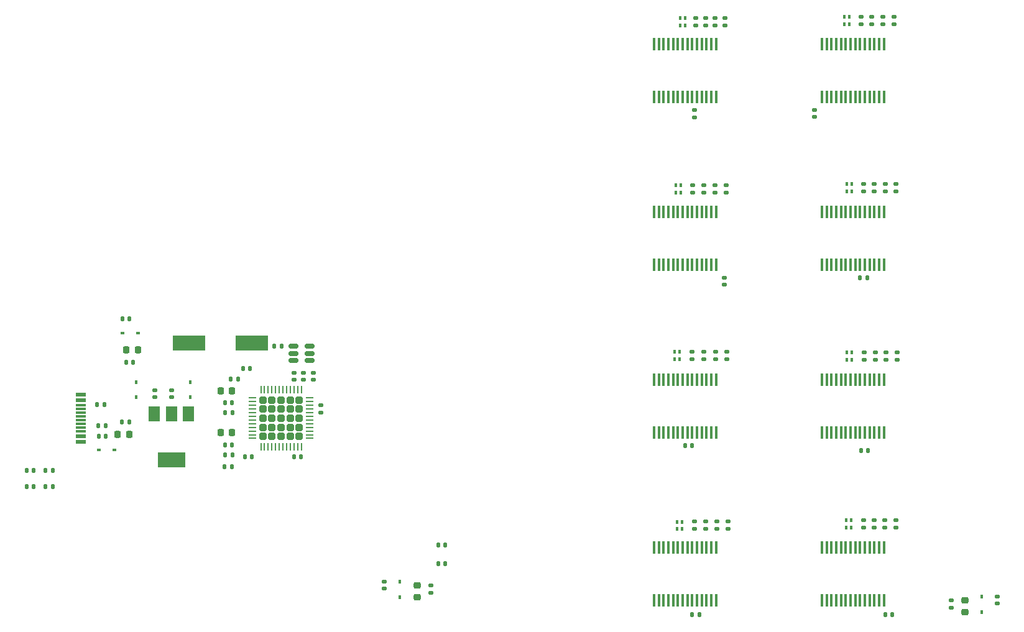
<source format=gtp>
G04 #@! TF.GenerationSoftware,KiCad,Pcbnew,(6.0.7)*
G04 #@! TF.CreationDate,2023-05-24T13:20:34-04:00*
G04 #@! TF.ProjectId,ECELab_v1,4543454c-6162-45f7-9631-2e6b69636164,rev?*
G04 #@! TF.SameCoordinates,Original*
G04 #@! TF.FileFunction,Paste,Top*
G04 #@! TF.FilePolarity,Positive*
%FSLAX46Y46*%
G04 Gerber Fmt 4.6, Leading zero omitted, Abs format (unit mm)*
G04 Created by KiCad (PCBNEW (6.0.7)) date 2023-05-24 13:20:34*
%MOMM*%
%LPD*%
G01*
G04 APERTURE LIST*
G04 Aperture macros list*
%AMRoundRect*
0 Rectangle with rounded corners*
0 $1 Rounding radius*
0 $2 $3 $4 $5 $6 $7 $8 $9 X,Y pos of 4 corners*
0 Add a 4 corners polygon primitive as box body*
4,1,4,$2,$3,$4,$5,$6,$7,$8,$9,$2,$3,0*
0 Add four circle primitives for the rounded corners*
1,1,$1+$1,$2,$3*
1,1,$1+$1,$4,$5*
1,1,$1+$1,$6,$7*
1,1,$1+$1,$8,$9*
0 Add four rect primitives between the rounded corners*
20,1,$1+$1,$2,$3,$4,$5,0*
20,1,$1+$1,$4,$5,$6,$7,0*
20,1,$1+$1,$6,$7,$8,$9,0*
20,1,$1+$1,$8,$9,$2,$3,0*%
G04 Aperture macros list end*
%ADD10RoundRect,0.140000X-0.170000X0.140000X-0.170000X-0.140000X0.170000X-0.140000X0.170000X0.140000X0*%
%ADD11RoundRect,0.140000X0.170000X-0.140000X0.170000X0.140000X-0.170000X0.140000X-0.170000X-0.140000X0*%
%ADD12R,0.600000X0.450000*%
%ADD13RoundRect,0.135000X0.185000X-0.135000X0.185000X0.135000X-0.185000X0.135000X-0.185000X-0.135000X0*%
%ADD14RoundRect,0.140000X-0.140000X-0.170000X0.140000X-0.170000X0.140000X0.170000X-0.140000X0.170000X0*%
%ADD15R,0.400000X0.500000*%
%ADD16RoundRect,0.140000X0.140000X0.170000X-0.140000X0.170000X-0.140000X-0.170000X0.140000X-0.170000X0*%
%ADD17RoundRect,0.135000X-0.135000X-0.185000X0.135000X-0.185000X0.135000X0.185000X-0.135000X0.185000X0*%
%ADD18RoundRect,0.218750X0.256250X-0.218750X0.256250X0.218750X-0.256250X0.218750X-0.256250X-0.218750X0*%
%ADD19R,0.450000X1.750000*%
%ADD20RoundRect,0.135000X0.135000X0.185000X-0.135000X0.185000X-0.135000X-0.185000X0.135000X-0.185000X0*%
%ADD21RoundRect,0.218750X-0.218750X-0.256250X0.218750X-0.256250X0.218750X0.256250X-0.218750X0.256250X0*%
%ADD22RoundRect,0.135000X-0.185000X0.135000X-0.185000X-0.135000X0.185000X-0.135000X0.185000X0.135000X0*%
%ADD23RoundRect,0.147500X-0.147500X-0.172500X0.147500X-0.172500X0.147500X0.172500X-0.147500X0.172500X0*%
%ADD24R,1.500000X2.000000*%
%ADD25R,3.800000X2.000000*%
%ADD26R,1.450000X0.600000*%
%ADD27R,1.450000X0.300000*%
%ADD28R,0.450000X0.600000*%
%ADD29RoundRect,0.250000X-0.250000X-0.250000X0.250000X-0.250000X0.250000X0.250000X-0.250000X0.250000X0*%
%ADD30RoundRect,0.062500X-0.412500X-0.062500X0.412500X-0.062500X0.412500X0.062500X-0.412500X0.062500X0*%
%ADD31RoundRect,0.062500X-0.062500X-0.412500X0.062500X-0.412500X0.062500X0.412500X-0.062500X0.412500X0*%
%ADD32R,4.500000X2.000000*%
%ADD33RoundRect,0.150000X-0.512500X-0.150000X0.512500X-0.150000X0.512500X0.150000X-0.512500X0.150000X0*%
%ADD34RoundRect,0.218750X0.218750X0.256250X-0.218750X0.256250X-0.218750X-0.256250X0.218750X-0.256250X0*%
G04 APERTURE END LIST*
D10*
X143637000Y-114810600D03*
X143637000Y-115770600D03*
D11*
X125628400Y-118158200D03*
X125628400Y-117198200D03*
D10*
X154609800Y-143258700D03*
X154609800Y-144218700D03*
D12*
X121065000Y-109397800D03*
X118965000Y-109397800D03*
D13*
X224000000Y-67360000D03*
X224000000Y-66340000D03*
D14*
X118976200Y-107442000D03*
X119936200Y-107442000D03*
D15*
X217531200Y-135932800D03*
X218231200Y-135932800D03*
X218231200Y-134932800D03*
X217531200Y-134932800D03*
D16*
X136344600Y-114274600D03*
X135384600Y-114274600D03*
X119860000Y-121513600D03*
X118900000Y-121513600D03*
D17*
X132916200Y-126034800D03*
X133936200Y-126034800D03*
D18*
X233654600Y-147421700D03*
X233654600Y-145846700D03*
D14*
X133733600Y-115646200D03*
X134693600Y-115646200D03*
D19*
X191355000Y-77260000D03*
X192005000Y-77260000D03*
X192655000Y-77260000D03*
X193305000Y-77260000D03*
X193955000Y-77260000D03*
X194605000Y-77260000D03*
X195255000Y-77260000D03*
X195905000Y-77260000D03*
X196555000Y-77260000D03*
X197205000Y-77260000D03*
X197855000Y-77260000D03*
X198505000Y-77260000D03*
X199155000Y-77260000D03*
X199805000Y-77260000D03*
X199805000Y-70060000D03*
X199155000Y-70060000D03*
X198505000Y-70060000D03*
X197855000Y-70060000D03*
X197205000Y-70060000D03*
X196555000Y-70060000D03*
X195905000Y-70060000D03*
X195255000Y-70060000D03*
X194605000Y-70060000D03*
X193955000Y-70060000D03*
X193305000Y-70060000D03*
X192655000Y-70060000D03*
X192005000Y-70060000D03*
X191355000Y-70060000D03*
D13*
X221462600Y-113032000D03*
X221462600Y-112012000D03*
X199923400Y-136120600D03*
X199923400Y-135100600D03*
D20*
X116715000Y-122021600D03*
X115695000Y-122021600D03*
D15*
X194925000Y-67475000D03*
X195625000Y-67475000D03*
X195625000Y-66475000D03*
X194925000Y-66475000D03*
D21*
X118287700Y-123215400D03*
X119862700Y-123215400D03*
D19*
X191355000Y-122980000D03*
X192005000Y-122980000D03*
X192655000Y-122980000D03*
X193305000Y-122980000D03*
X193955000Y-122980000D03*
X194605000Y-122980000D03*
X195255000Y-122980000D03*
X195905000Y-122980000D03*
X196555000Y-122980000D03*
X197205000Y-122980000D03*
X197855000Y-122980000D03*
X198505000Y-122980000D03*
X199155000Y-122980000D03*
X199805000Y-122980000D03*
X199805000Y-115780000D03*
X199155000Y-115780000D03*
X198505000Y-115780000D03*
X197855000Y-115780000D03*
X197205000Y-115780000D03*
X196555000Y-115780000D03*
X195905000Y-115780000D03*
X195255000Y-115780000D03*
X194605000Y-115780000D03*
X193955000Y-115780000D03*
X193305000Y-115780000D03*
X192655000Y-115780000D03*
X192005000Y-115780000D03*
X191355000Y-115780000D03*
D13*
X221361000Y-135942800D03*
X221361000Y-134922800D03*
X222961200Y-113032000D03*
X222961200Y-112012000D03*
D22*
X196550800Y-111978600D03*
X196550800Y-112998600D03*
D16*
X133908200Y-124637800D03*
X132948200Y-124637800D03*
D14*
X135620000Y-126250000D03*
X136580000Y-126250000D03*
D13*
X198125600Y-112998600D03*
X198125600Y-111978600D03*
D19*
X214215000Y-145840000D03*
X214865000Y-145840000D03*
X215515000Y-145840000D03*
X216165000Y-145840000D03*
X216815000Y-145840000D03*
X217465000Y-145840000D03*
X218115000Y-145840000D03*
X218765000Y-145840000D03*
X219415000Y-145840000D03*
X220065000Y-145840000D03*
X220715000Y-145840000D03*
X221365000Y-145840000D03*
X222015000Y-145840000D03*
X222665000Y-145840000D03*
X222665000Y-138640000D03*
X222015000Y-138640000D03*
X221365000Y-138640000D03*
X220715000Y-138640000D03*
X220065000Y-138640000D03*
X219415000Y-138640000D03*
X218765000Y-138640000D03*
X218115000Y-138640000D03*
X217465000Y-138640000D03*
X216815000Y-138640000D03*
X216165000Y-138640000D03*
X215515000Y-138640000D03*
X214865000Y-138640000D03*
X214215000Y-138640000D03*
D15*
X217582000Y-113022000D03*
X218282000Y-113022000D03*
X218282000Y-112022000D03*
X217582000Y-112022000D03*
D13*
X201472800Y-136120600D03*
X201472800Y-135100600D03*
D22*
X219938600Y-112012000D03*
X219938600Y-113032000D03*
D14*
X161978400Y-138303000D03*
X162938400Y-138303000D03*
D15*
X217275000Y-67350000D03*
X217975000Y-67350000D03*
X217975000Y-66350000D03*
X217275000Y-66350000D03*
D23*
X105913200Y-128092200D03*
X106883200Y-128092200D03*
D24*
X127928400Y-120421000D03*
X125628400Y-120421000D03*
D25*
X125628400Y-126721000D03*
D24*
X123328400Y-120421000D03*
D13*
X198350000Y-67485000D03*
X198350000Y-66465000D03*
D21*
X132335900Y-117322600D03*
X133910900Y-117322600D03*
D10*
X200925000Y-101845000D03*
X200925000Y-102805000D03*
D12*
X117839200Y-125349000D03*
X115739200Y-125349000D03*
D14*
X119458800Y-113360200D03*
X120418800Y-113360200D03*
D22*
X219550000Y-66340000D03*
X219550000Y-67360000D03*
X145973800Y-119251000D03*
X145973800Y-120271000D03*
D10*
X231800400Y-145849400D03*
X231800400Y-146809400D03*
D17*
X132890800Y-127609600D03*
X133910800Y-127609600D03*
D16*
X197505000Y-147775000D03*
X196545000Y-147775000D03*
D26*
X113314600Y-117755600D03*
X113314600Y-118555600D03*
D27*
X113314600Y-119755600D03*
X113314600Y-120755600D03*
X113314600Y-121255600D03*
X113314600Y-122255600D03*
D26*
X113314600Y-123455600D03*
X113314600Y-124255600D03*
X113314600Y-124255600D03*
X113314600Y-123455600D03*
D27*
X113314600Y-122755600D03*
X113314600Y-121755600D03*
X113314600Y-120255600D03*
X113314600Y-119255600D03*
D26*
X113314600Y-118555600D03*
X113314600Y-117755600D03*
D13*
X201300600Y-112998600D03*
X201300600Y-111978600D03*
D19*
X214215000Y-100120000D03*
X214865000Y-100120000D03*
X215515000Y-100120000D03*
X216165000Y-100120000D03*
X216815000Y-100120000D03*
X217465000Y-100120000D03*
X218115000Y-100120000D03*
X218765000Y-100120000D03*
X219415000Y-100120000D03*
X220065000Y-100120000D03*
X220715000Y-100120000D03*
X221365000Y-100120000D03*
X222015000Y-100120000D03*
X222665000Y-100120000D03*
X222665000Y-92920000D03*
X222015000Y-92920000D03*
X221365000Y-92920000D03*
X220715000Y-92920000D03*
X220065000Y-92920000D03*
X219415000Y-92920000D03*
X218765000Y-92920000D03*
X218115000Y-92920000D03*
X217465000Y-92920000D03*
X216815000Y-92920000D03*
X216165000Y-92920000D03*
X215515000Y-92920000D03*
X214865000Y-92920000D03*
X214215000Y-92920000D03*
D28*
X156750800Y-145377000D03*
X156750800Y-143277000D03*
D14*
X161978400Y-140843000D03*
X162938400Y-140843000D03*
D29*
X143043600Y-119765600D03*
X141803600Y-119765600D03*
X139323600Y-118525600D03*
X141803600Y-121005600D03*
X141803600Y-123485600D03*
X143043600Y-118525600D03*
X138083600Y-119765600D03*
X140563600Y-118525600D03*
X139323600Y-123485600D03*
X140563600Y-119765600D03*
X138083600Y-123485600D03*
X138083600Y-122245600D03*
X141803600Y-122245600D03*
X139323600Y-122245600D03*
X143043600Y-122245600D03*
X143043600Y-123485600D03*
X138083600Y-121005600D03*
X140563600Y-121005600D03*
X139323600Y-121005600D03*
X143043600Y-121005600D03*
X138083600Y-118525600D03*
X139323600Y-119765600D03*
X141803600Y-118525600D03*
X140563600Y-122245600D03*
X140563600Y-123485600D03*
D30*
X136688600Y-118255600D03*
X136688600Y-118755600D03*
X136688600Y-119255600D03*
X136688600Y-119755600D03*
X136688600Y-120255600D03*
X136688600Y-120755600D03*
X136688600Y-121255600D03*
X136688600Y-121755600D03*
X136688600Y-122255600D03*
X136688600Y-122755600D03*
X136688600Y-123255600D03*
X136688600Y-123755600D03*
D31*
X137813600Y-124880600D03*
X138313600Y-124880600D03*
X138813600Y-124880600D03*
X139313600Y-124880600D03*
X139813600Y-124880600D03*
X140313600Y-124880600D03*
X140813600Y-124880600D03*
X141313600Y-124880600D03*
X141813600Y-124880600D03*
X142313600Y-124880600D03*
X142813600Y-124880600D03*
X143313600Y-124880600D03*
D30*
X144438600Y-123755600D03*
X144438600Y-123255600D03*
X144438600Y-122755600D03*
X144438600Y-122255600D03*
X144438600Y-121755600D03*
X144438600Y-121255600D03*
X144438600Y-120755600D03*
X144438600Y-120255600D03*
X144438600Y-119755600D03*
X144438600Y-119255600D03*
X144438600Y-118755600D03*
X144438600Y-118255600D03*
D31*
X143313600Y-117130600D03*
X142813600Y-117130600D03*
X142313600Y-117130600D03*
X141813600Y-117130600D03*
X141313600Y-117130600D03*
X140813600Y-117130600D03*
X140313600Y-117130600D03*
X139813600Y-117130600D03*
X139313600Y-117130600D03*
X138813600Y-117130600D03*
X138313600Y-117130600D03*
X137813600Y-117130600D03*
D16*
X133908200Y-118897400D03*
X132948200Y-118897400D03*
D19*
X191355000Y-145840000D03*
X192005000Y-145840000D03*
X192655000Y-145840000D03*
X193305000Y-145840000D03*
X193955000Y-145840000D03*
X194605000Y-145840000D03*
X195255000Y-145840000D03*
X195905000Y-145840000D03*
X196555000Y-145840000D03*
X197205000Y-145840000D03*
X197855000Y-145840000D03*
X198505000Y-145840000D03*
X199155000Y-145840000D03*
X199805000Y-145840000D03*
X199805000Y-138640000D03*
X199155000Y-138640000D03*
X198505000Y-138640000D03*
X197855000Y-138640000D03*
X197205000Y-138640000D03*
X196555000Y-138640000D03*
X195905000Y-138640000D03*
X195255000Y-138640000D03*
X194605000Y-138640000D03*
X193955000Y-138640000D03*
X193305000Y-138640000D03*
X192655000Y-138640000D03*
X192005000Y-138640000D03*
X191355000Y-138640000D03*
D32*
X136550000Y-110800000D03*
X128050000Y-110800000D03*
D11*
X142316200Y-115770600D03*
X142316200Y-114810600D03*
D13*
X224307400Y-135942800D03*
X224307400Y-134922800D03*
X222808800Y-135942800D03*
X222808800Y-134922800D03*
X199650000Y-90260000D03*
X199650000Y-89240000D03*
D11*
X213200000Y-79955000D03*
X213200000Y-78995000D03*
D19*
X191355000Y-100120000D03*
X192005000Y-100120000D03*
X192655000Y-100120000D03*
X193305000Y-100120000D03*
X193955000Y-100120000D03*
X194605000Y-100120000D03*
X195255000Y-100120000D03*
X195905000Y-100120000D03*
X196555000Y-100120000D03*
X197205000Y-100120000D03*
X197855000Y-100120000D03*
X198505000Y-100120000D03*
X199155000Y-100120000D03*
X199805000Y-100120000D03*
X199805000Y-92920000D03*
X199155000Y-92920000D03*
X198505000Y-92920000D03*
X197855000Y-92920000D03*
X197205000Y-92920000D03*
X196555000Y-92920000D03*
X195905000Y-92920000D03*
X195255000Y-92920000D03*
X194605000Y-92920000D03*
X193955000Y-92920000D03*
X193305000Y-92920000D03*
X192655000Y-92920000D03*
X192005000Y-92920000D03*
X191355000Y-92920000D03*
D28*
X128219200Y-116069400D03*
X128219200Y-118169400D03*
D11*
X123342400Y-118158200D03*
X123342400Y-117198200D03*
D16*
X143304200Y-126288800D03*
X142344200Y-126288800D03*
D13*
X198399400Y-136120600D03*
X198399400Y-135100600D03*
D33*
X142212500Y-111225000D03*
X142212500Y-112175000D03*
X142212500Y-113125000D03*
X144487500Y-113125000D03*
X144487500Y-112175000D03*
X144487500Y-111225000D03*
D19*
X214215000Y-122980000D03*
X214865000Y-122980000D03*
X215515000Y-122980000D03*
X216165000Y-122980000D03*
X216815000Y-122980000D03*
X217465000Y-122980000D03*
X218115000Y-122980000D03*
X218765000Y-122980000D03*
X219415000Y-122980000D03*
X220065000Y-122980000D03*
X220715000Y-122980000D03*
X221365000Y-122980000D03*
X222015000Y-122980000D03*
X222665000Y-122980000D03*
X222665000Y-115780000D03*
X222015000Y-115780000D03*
X221365000Y-115780000D03*
X220715000Y-115780000D03*
X220065000Y-115780000D03*
X219415000Y-115780000D03*
X218765000Y-115780000D03*
X218115000Y-115780000D03*
X217465000Y-115780000D03*
X216815000Y-115780000D03*
X216165000Y-115780000D03*
X215515000Y-115780000D03*
X214865000Y-115780000D03*
X214215000Y-115780000D03*
D10*
X144983200Y-114810600D03*
X144983200Y-115770600D03*
X238125000Y-145290600D03*
X238125000Y-146250600D03*
D13*
X201175000Y-90260000D03*
X201175000Y-89240000D03*
D34*
X121056500Y-111683800D03*
X119481500Y-111683800D03*
D13*
X221025000Y-67360000D03*
X221025000Y-66340000D03*
D16*
X220380000Y-101850000D03*
X219420000Y-101850000D03*
D14*
X115725000Y-123444000D03*
X116685000Y-123444000D03*
D18*
X159080200Y-145389800D03*
X159080200Y-143814800D03*
D21*
X132333900Y-122961400D03*
X133908900Y-122961400D03*
D20*
X133938200Y-120243600D03*
X132918200Y-120243600D03*
D13*
X221350000Y-90110000D03*
X221350000Y-89090000D03*
X198100000Y-90260000D03*
X198100000Y-89240000D03*
X224300000Y-90110000D03*
X224300000Y-89090000D03*
D15*
X194168800Y-112988600D03*
X194868800Y-112988600D03*
X194868800Y-111988600D03*
X194168800Y-111988600D03*
D20*
X109466500Y-130352800D03*
X108446500Y-130352800D03*
D16*
X223780000Y-147725000D03*
X222820000Y-147725000D03*
D14*
X195595000Y-124775000D03*
X196555000Y-124775000D03*
D20*
X109476000Y-128092200D03*
X108456000Y-128092200D03*
D13*
X200975000Y-67485000D03*
X200975000Y-66465000D03*
D28*
X236016800Y-147404800D03*
X236016800Y-145304800D03*
D22*
X219862400Y-134922800D03*
X219862400Y-135942800D03*
D15*
X194300000Y-90250000D03*
X195000000Y-90250000D03*
X195000000Y-89250000D03*
X194300000Y-89250000D03*
D28*
X120827800Y-118169400D03*
X120827800Y-116069400D03*
D22*
X197050000Y-66465000D03*
X197050000Y-67485000D03*
D13*
X199675000Y-67485000D03*
X199675000Y-66465000D03*
D15*
X194493400Y-136110600D03*
X195193400Y-136110600D03*
X195193400Y-135110600D03*
X194493400Y-135110600D03*
D22*
X196625000Y-89240000D03*
X196625000Y-90260000D03*
D13*
X222500000Y-67360000D03*
X222500000Y-66340000D03*
D22*
X196850000Y-135100600D03*
X196850000Y-136120600D03*
D11*
X196825000Y-80005000D03*
X196825000Y-79045000D03*
D13*
X224485200Y-113032000D03*
X224485200Y-112012000D03*
D17*
X115491800Y-119151400D03*
X116511800Y-119151400D03*
D13*
X222825000Y-90110000D03*
X222825000Y-89090000D03*
D20*
X140660000Y-111225000D03*
X139640000Y-111225000D03*
D23*
X105906100Y-130352800D03*
X106876100Y-130352800D03*
D15*
X217575000Y-90100000D03*
X218275000Y-90100000D03*
X218275000Y-89100000D03*
X217575000Y-89100000D03*
D22*
X219900000Y-89090000D03*
X219900000Y-90110000D03*
D13*
X199700400Y-112998600D03*
X199700400Y-111978600D03*
D10*
X160934400Y-143817500D03*
X160934400Y-144777500D03*
D19*
X214215000Y-77260000D03*
X214865000Y-77260000D03*
X215515000Y-77260000D03*
X216165000Y-77260000D03*
X216815000Y-77260000D03*
X217465000Y-77260000D03*
X218115000Y-77260000D03*
X218765000Y-77260000D03*
X219415000Y-77260000D03*
X220065000Y-77260000D03*
X220715000Y-77260000D03*
X221365000Y-77260000D03*
X222015000Y-77260000D03*
X222665000Y-77260000D03*
X222665000Y-70060000D03*
X222015000Y-70060000D03*
X221365000Y-70060000D03*
X220715000Y-70060000D03*
X220065000Y-70060000D03*
X219415000Y-70060000D03*
X218765000Y-70060000D03*
X218115000Y-70060000D03*
X217465000Y-70060000D03*
X216815000Y-70060000D03*
X216165000Y-70060000D03*
X215515000Y-70060000D03*
X214865000Y-70060000D03*
X214215000Y-70060000D03*
D16*
X220480000Y-125375000D03*
X219520000Y-125375000D03*
M02*

</source>
